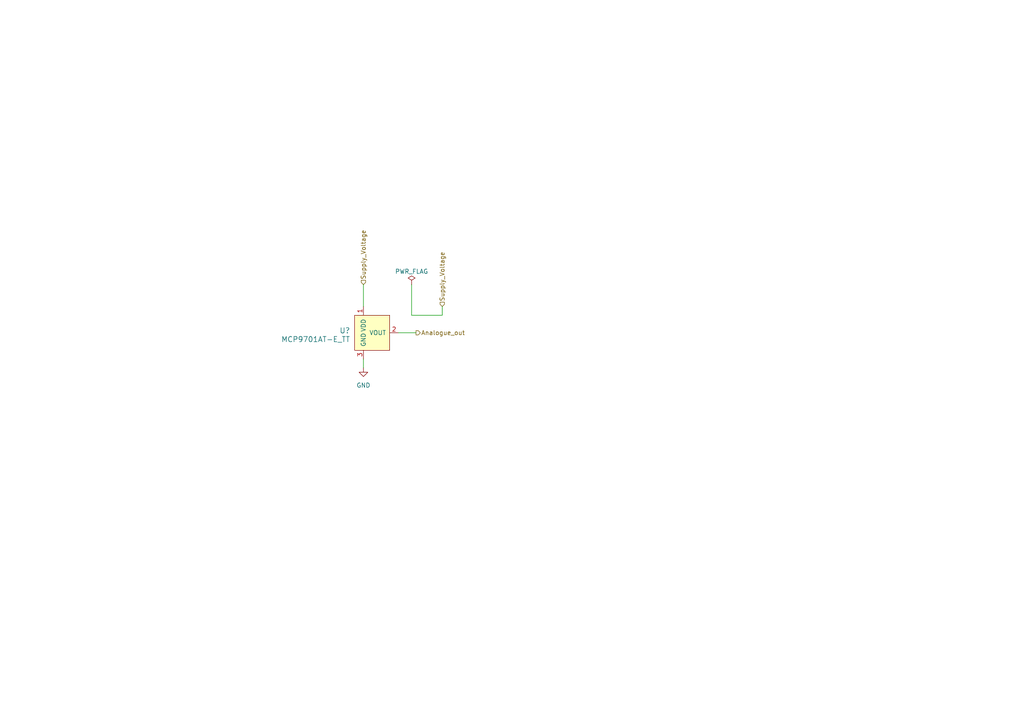
<source format=kicad_sch>
(kicad_sch (version 20230121) (generator eeschema)

  (uuid fd616d34-a44b-4530-b77b-84bccfccd64d)

  (paper "A4")

  (title_block
    (title "3088_group22_design")
    (date "2023-03-20")
    (rev "3")
    (company "University of capetown")
  )

  (lib_symbols
    (symbol "dk_Temperature-Sensors-Analog-and-Digital-Output:MCP9701AT-E_TT" (pin_names (offset 1.016)) (in_bom yes) (on_board yes)
      (property "Reference" "U" (at -3.81 6.35 0)
        (effects (font (size 1.524 1.524)))
      )
      (property "Value" "MCP9701AT-E_TT" (at 2.54 -7.62 0)
        (effects (font (size 1.524 1.524)) (justify left))
      )
      (property "Footprint" "digikey-footprints:SOT-23-3" (at 5.08 5.08 0)
        (effects (font (size 1.524 1.524)) (justify left) hide)
      )
      (property "Datasheet" "http://www.microchip.com/mymicrochip/filehandler.aspx?ddocname=en022859" (at 5.08 7.62 0)
        (effects (font (size 1.524 1.524)) (justify left) hide)
      )
      (property "Digi-Key_PN" "MCP9701AT-E/TTCT-ND" (at 5.08 10.16 0)
        (effects (font (size 1.524 1.524)) (justify left) hide)
      )
      (property "MPN" "MCP9701AT-E/TT" (at 5.08 12.7 0)
        (effects (font (size 1.524 1.524)) (justify left) hide)
      )
      (property "Category" "Sensors, Transducers" (at 5.08 15.24 0)
        (effects (font (size 1.524 1.524)) (justify left) hide)
      )
      (property "Family" "Temperature Sensors - Analog and Digital Output" (at 5.08 17.78 0)
        (effects (font (size 1.524 1.524)) (justify left) hide)
      )
      (property "DK_Datasheet_Link" "http://www.microchip.com/mymicrochip/filehandler.aspx?ddocname=en022859" (at 5.08 20.32 0)
        (effects (font (size 1.524 1.524)) (justify left) hide)
      )
      (property "DK_Detail_Page" "/product-detail/en/microchip-technology/MCP9701AT-E-TT/MCP9701AT-E-TTCT-ND/1987449" (at 5.08 22.86 0)
        (effects (font (size 1.524 1.524)) (justify left) hide)
      )
      (property "Description" "SENSOR ANALOG -10C-125C SOT23-3" (at 5.08 25.4 0)
        (effects (font (size 1.524 1.524)) (justify left) hide)
      )
      (property "Manufacturer" "Microchip Technology" (at 5.08 27.94 0)
        (effects (font (size 1.524 1.524)) (justify left) hide)
      )
      (property "Status" "Active" (at 5.08 30.48 0)
        (effects (font (size 1.524 1.524)) (justify left) hide)
      )
      (property "ki_keywords" "MCP9701AT-E/TTCT-ND" (at 0 0 0)
        (effects (font (size 1.27 1.27)) hide)
      )
      (property "ki_description" "SENSOR ANALOG -10C-125C SOT23-3" (at 0 0 0)
        (effects (font (size 1.27 1.27)) hide)
      )
      (symbol "MCP9701AT-E_TT_0_1"
        (rectangle (start 7.62 5.08) (end -2.54 -5.08)
          (stroke (width 0) (type solid))
          (fill (type background))
        )
      )
      (symbol "MCP9701AT-E_TT_1_1"
        (pin power_in line (at 0 7.62 270) (length 2.54)
          (name "VDD" (effects (font (size 1.27 1.27))))
          (number "1" (effects (font (size 1.27 1.27))))
        )
        (pin output line (at 10.16 0 180) (length 2.54)
          (name "VOUT" (effects (font (size 1.27 1.27))))
          (number "2" (effects (font (size 1.27 1.27))))
        )
        (pin power_in line (at 0 -7.62 90) (length 2.54)
          (name "GND" (effects (font (size 1.27 1.27))))
          (number "3" (effects (font (size 1.27 1.27))))
        )
      )
    )
    (symbol "power:GND" (power) (pin_names (offset 0)) (in_bom yes) (on_board yes)
      (property "Reference" "#PWR" (at 0 -6.35 0)
        (effects (font (size 1.27 1.27)) hide)
      )
      (property "Value" "GND" (at 0 -3.81 0)
        (effects (font (size 1.27 1.27)))
      )
      (property "Footprint" "" (at 0 0 0)
        (effects (font (size 1.27 1.27)) hide)
      )
      (property "Datasheet" "" (at 0 0 0)
        (effects (font (size 1.27 1.27)) hide)
      )
      (property "ki_keywords" "global power" (at 0 0 0)
        (effects (font (size 1.27 1.27)) hide)
      )
      (property "ki_description" "Power symbol creates a global label with name \"GND\" , ground" (at 0 0 0)
        (effects (font (size 1.27 1.27)) hide)
      )
      (symbol "GND_0_1"
        (polyline
          (pts
            (xy 0 0)
            (xy 0 -1.27)
            (xy 1.27 -1.27)
            (xy 0 -2.54)
            (xy -1.27 -1.27)
            (xy 0 -1.27)
          )
          (stroke (width 0) (type default))
          (fill (type none))
        )
      )
      (symbol "GND_1_1"
        (pin power_in line (at 0 0 270) (length 0) hide
          (name "GND" (effects (font (size 1.27 1.27))))
          (number "1" (effects (font (size 1.27 1.27))))
        )
      )
    )
    (symbol "power:PWR_FLAG" (power) (pin_numbers hide) (pin_names (offset 0) hide) (in_bom yes) (on_board yes)
      (property "Reference" "#FLG" (at 0 1.905 0)
        (effects (font (size 1.27 1.27)) hide)
      )
      (property "Value" "PWR_FLAG" (at 0 3.81 0)
        (effects (font (size 1.27 1.27)))
      )
      (property "Footprint" "" (at 0 0 0)
        (effects (font (size 1.27 1.27)) hide)
      )
      (property "Datasheet" "~" (at 0 0 0)
        (effects (font (size 1.27 1.27)) hide)
      )
      (property "ki_keywords" "flag power" (at 0 0 0)
        (effects (font (size 1.27 1.27)) hide)
      )
      (property "ki_description" "Special symbol for telling ERC where power comes from" (at 0 0 0)
        (effects (font (size 1.27 1.27)) hide)
      )
      (symbol "PWR_FLAG_0_0"
        (pin power_out line (at 0 0 90) (length 0)
          (name "pwr" (effects (font (size 1.27 1.27))))
          (number "1" (effects (font (size 1.27 1.27))))
        )
      )
      (symbol "PWR_FLAG_0_1"
        (polyline
          (pts
            (xy 0 0)
            (xy 0 1.27)
            (xy -1.016 1.905)
            (xy 0 2.54)
            (xy 1.016 1.905)
            (xy 0 1.27)
          )
          (stroke (width 0) (type default))
          (fill (type none))
        )
      )
    )
  )


  (wire (pts (xy 119.38 91.44) (xy 128.27 91.44))
    (stroke (width 0) (type default))
    (uuid 31328554-f89f-4b37-8e9c-7b2d79026df6)
  )
  (wire (pts (xy 128.27 91.44) (xy 128.27 88.9))
    (stroke (width 0) (type default))
    (uuid 3c685ab5-9726-47e6-9e62-e3f65d3dc5d2)
  )
  (wire (pts (xy 119.38 82.55) (xy 119.38 91.44))
    (stroke (width 0) (type default))
    (uuid 57d6ec74-e15c-4f8a-a01f-9440c3981b3d)
  )
  (wire (pts (xy 105.41 82.55) (xy 105.41 88.9))
    (stroke (width 0) (type default))
    (uuid 8bc92367-c134-4524-8fa8-a9af5fe5a2e4)
  )
  (wire (pts (xy 115.57 96.52) (xy 120.65 96.52))
    (stroke (width 0) (type default))
    (uuid c30f8c1a-dd9f-4758-8fb1-90da7f1d54af)
  )
  (wire (pts (xy 105.41 104.14) (xy 105.41 106.68))
    (stroke (width 0) (type default))
    (uuid f158681e-ec52-42fd-bf31-a6ac8675ecf2)
  )

  (hierarchical_label "Supply_Voltage" (shape input) (at 128.27 88.9 90) (fields_autoplaced)
    (effects (font (size 1.27 1.27)) (justify left))
    (uuid 644892cc-ed56-4fca-8b6b-bd0ecab21681)
  )
  (hierarchical_label "Supply_Voltage" (shape input) (at 105.41 82.55 90) (fields_autoplaced)
    (effects (font (size 1.27 1.27)) (justify left))
    (uuid 70cb5a30-abf4-422c-b4e5-80e228a55b4d)
  )
  (hierarchical_label "Analogue_out" (shape output) (at 120.65 96.52 0) (fields_autoplaced)
    (effects (font (size 1.27 1.27)) (justify left))
    (uuid 74927132-56c9-4aa7-a112-c2f0e9c23d1e)
  )

  (symbol (lib_id "power:PWR_FLAG") (at 119.38 82.55 0) (unit 1)
    (in_bom yes) (on_board yes) (dnp no) (fields_autoplaced)
    (uuid 1be3c174-f588-4a56-8900-cd72777d80b2)
    (property "Reference" "#FLG0101" (at 119.38 80.645 0)
      (effects (font (size 1.27 1.27)) hide)
    )
    (property "Value" "PWR_FLAG" (at 119.38 78.74 0)
      (effects (font (size 1.27 1.27)))
    )
    (property "Footprint" "" (at 119.38 82.55 0)
      (effects (font (size 1.27 1.27)) hide)
    )
    (property "Datasheet" "~" (at 119.38 82.55 0)
      (effects (font (size 1.27 1.27)) hide)
    )
    (pin "1" (uuid 7baa9638-d541-49dc-997d-7dd763e13e48))
    (instances
      (project "overall scematic"
        (path "/9230863d-68c5-4e85-a5d4-0f54ecfbae5b/c494e013-0c38-49c8-84da-4f33138ae19d"
          (reference "#FLG0101") (unit 1)
        )
      )
    )
  )

  (symbol (lib_id "dk_Temperature-Sensors-Analog-and-Digital-Output:MCP9701AT-E_TT") (at 105.41 96.52 0) (unit 1)
    (in_bom yes) (on_board yes) (dnp no)
    (uuid 800a62c5-26d1-4ef0-9671-dee083f56d20)
    (property "Reference" "U5" (at 101.6 95.885 0)
      (effects (font (size 1.524 1.524)) (justify right))
    )
    (property "Value" "MCP9701AT-E_TT" (at 101.6 98.425 0)
      (effects (font (size 1.524 1.524)) (justify right))
    )
    (property "Footprint" "BAT60JFILM:SOT-23-3" (at 110.49 91.44 0)
      (effects (font (size 1.524 1.524)) (justify left) hide)
    )
    (property "Datasheet" "http://www.microchip.com/mymicrochip/filehandler.aspx?ddocname=en022859" (at 110.49 88.9 0)
      (effects (font (size 1.524 1.524)) (justify left) hide)
    )
    (property "Digi-Key_PN" "MCP9701AT-E/TTCT-ND" (at 110.49 86.36 0)
      (effects (font (size 1.524 1.524)) (justify left) hide)
    )
    (property "MPN" "MCP9701AT-E/TT" (at 110.49 83.82 0)
      (effects (font (size 1.524 1.524)) (justify left) hide)
    )
    (property "Category" "Sensors, Transducers" (at 110.49 81.28 0)
      (effects (font (size 1.524 1.524)) (justify left) hide)
    )
    (property "Family" "Temperature Sensors - Analog and Digital Output" (at 110.49 78.74 0)
      (effects (font (size 1.524 1.524)) (justify left) hide)
    )
    (property "DK_Datasheet_Link" "http://www.microchip.com/mymicrochip/filehandler.aspx?ddocname=en022859" (at 110.49 76.2 0)
      (effects (font (size 1.524 1.524)) (justify left) hide)
    )
    (property "DK_Detail_Page" "/product-detail/en/microchip-technology/MCP9701AT-E-TT/MCP9701AT-E-TTCT-ND/1987449" (at 110.49 73.66 0)
      (effects (font (size 1.524 1.524)) (justify left) hide)
    )
    (property "Description" "SENSOR ANALOG -10C-125C SOT23-3" (at 110.49 71.12 0)
      (effects (font (size 1.524 1.524)) (justify left) hide)
    )
    (property "Manufacturer" "Microchip Technology" (at 110.49 68.58 0)
      (effects (font (size 1.524 1.524)) (justify left) hide)
    )
    (property "Status" "Active" (at 110.49 66.04 0)
      (effects (font (size 1.524 1.524)) (justify left) hide)
    )
    (pin "1" (uuid d123f0d8-cd37-45b5-90cc-da3b442a4c5a))
    (pin "2" (uuid 0873abb3-865e-444e-86d1-10c6dbbdaa4f))
    (pin "3" (uuid b97d9d0d-fcee-4a53-98a2-706171e8c0d4))
    (instances
      (project "overall scematic"
        (path "/9230863d-68c5-4e85-a5d4-0f54ecfbae5b/c494e013-0c38-49c8-84da-4f33138ae19d"
          (reference "U5") (unit 1)
        )
      )
      (project "analogue_temparature"
        (path "/fd616d34-a44b-4530-b77b-84bccfccd64d"
          (reference "U?") (unit 1)
        )
      )
    )
  )

  (symbol (lib_id "power:GND") (at 105.41 106.68 0) (unit 1)
    (in_bom yes) (on_board yes) (dnp no) (fields_autoplaced)
    (uuid af55b95c-d513-4f03-a3fb-08219c890f52)
    (property "Reference" "#PWR0101" (at 105.41 113.03 0)
      (effects (font (size 1.27 1.27)) hide)
    )
    (property "Value" "GND" (at 105.41 111.76 0)
      (effects (font (size 1.27 1.27)))
    )
    (property "Footprint" "" (at 105.41 106.68 0)
      (effects (font (size 1.27 1.27)) hide)
    )
    (property "Datasheet" "" (at 105.41 106.68 0)
      (effects (font (size 1.27 1.27)) hide)
    )
    (pin "1" (uuid 58eca9f6-6d8a-443c-b29d-d889384a4865))
    (instances
      (project "overall scematic"
        (path "/9230863d-68c5-4e85-a5d4-0f54ecfbae5b/c494e013-0c38-49c8-84da-4f33138ae19d"
          (reference "#PWR0101") (unit 1)
        )
      )
      (project "analogue_temparature"
        (path "/fd616d34-a44b-4530-b77b-84bccfccd64d"
          (reference "#PWR?") (unit 1)
        )
      )
    )
  )

  (sheet_instances
    (path "/" (page "1"))
  )
)

</source>
